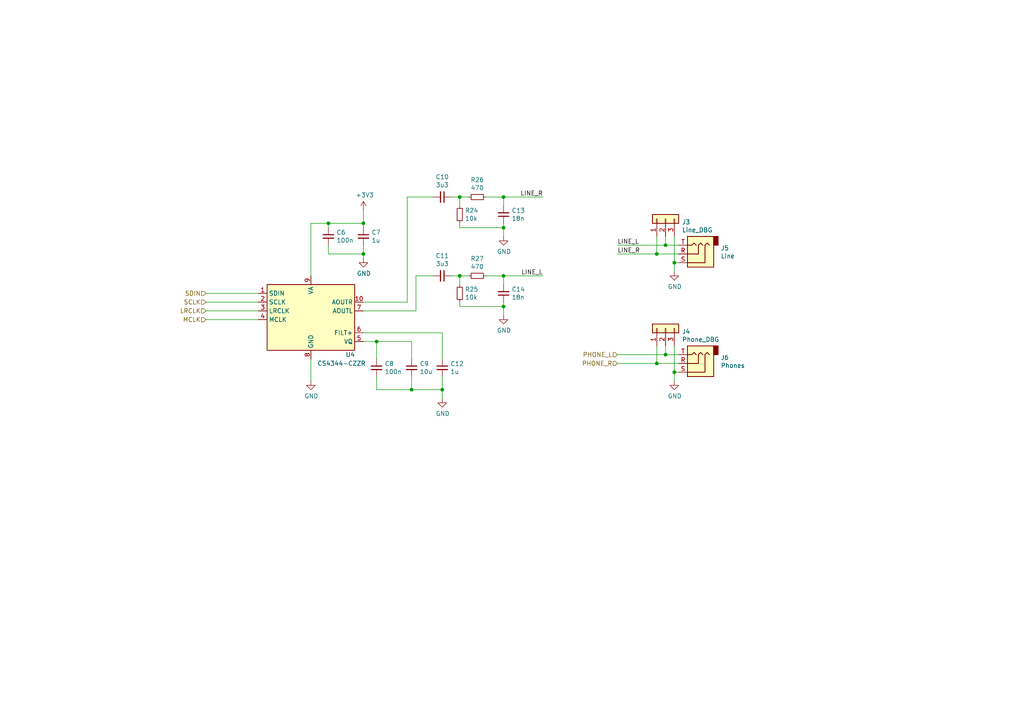
<source format=kicad_sch>
(kicad_sch (version 20250114) (generator "eeschema") (generator_version "9.0")
  (paper "A4")
  (lib_symbols
    (symbol "Connector_Audio:AudioJack3"
      (property "Reference" "J" (at 0 8.89 0))
      (property "Value" "AudioJack3" (at 0 6.35 0))
      (symbol "AudioJack3_0_1"
        (rectangle (start -5.08 -5.08) (end -6.35 -2.54) (stroke (width 0.254)) (fill (type outline)))
        (polyline (pts (xy -1.905 -2.54) (xy -1.27 -3.175) (xy -0.635 -2.54) (xy -0.635 0) (xy 2.54 0)) (stroke (width 0.254)))
        (polyline (pts (xy 0 -2.54) (xy 0.635 -3.175) (xy 1.27 -2.54) (xy 2.54 -2.54)) (stroke (width 0.254)))
        (rectangle (start 2.54 3.81) (end -5.08 -5.08) (stroke (width 0.254)) (fill (type background)))
        (polyline (pts (xy 2.54 2.54) (xy -2.54 2.54) (xy -2.54 -2.54) (xy -3.175 -3.175) (xy -3.81 -2.54)) (stroke (width 0.254)))
      )
      (symbol "AudioJack3_1_1"
        (pin passive line (at 5.08 2.54 180) (length 2.54) (name "~") (number "S"))
        (pin passive line (at 5.08 0 180) (length 2.54) (name "~") (number "R"))
        (pin passive line (at 5.08 -2.54 180) (length 2.54) (name "~") (number "T"))
      )
    )
    (symbol "Connector_Generic:Conn_01x03" (pin_names (offset 1.016) (hide yes))
      (property "Reference" "J" (at 0 5.08 0))
      (property "Value" "Conn_01x03" (at 0 -5.08 0))
      (symbol "Conn_01x03_1_1"
        (rectangle (start -1.27 3.81) (end 1.27 -3.81) (stroke (width 0.254)) (fill (type background)))
        (rectangle (start -1.27 2.667) (end 0 2.413) (stroke (width 0.1524)))
        (rectangle (start -1.27 0.127) (end 0 -0.127) (stroke (width 0.1524)))
        (rectangle (start -1.27 -2.413) (end 0 -2.667) (stroke (width 0.1524)))
        (pin passive line (at -5.08 2.54 0) (length 3.81) (name "Pin_1") (number "1"))
        (pin passive line (at -5.08 0 0) (length 3.81) (name "Pin_2") (number "2"))
        (pin passive line (at -5.08 -2.54 0) (length 3.81) (name "Pin_3") (number "3"))
      )
    )
    (symbol "Device:C_Small" (pin_numbers (hide yes)) (pin_names (offset 0.254) (hide yes))
      (property "Reference" "C" (at 0.254 1.778 0))
      (property "Value" "C_Small" (at 0.254 -2.032 0))
      (symbol "C_Small_0_1"
        (polyline (pts (xy -1.524 0.508) (xy 1.524 0.508)) (stroke (width 0.3048)))
        (polyline (pts (xy -1.524 -0.508) (xy 1.524 -0.508)) (stroke (width 0.3302)))
      )
      (symbol "C_Small_1_1"
        (pin passive line (at 0 2.54 270) (length 2.032) (name "~") (number "1"))
        (pin passive line (at 0 -2.54 90) (length 2.032) (name "~") (number "2"))
      )
    )
    (symbol "Device:R_Small" (pin_numbers (hide yes)) (pin_names (offset 0.254) (hide yes))
      (property "Reference" "R" (at 0.762 0.508 0))
      (property "Value" "R_Small" (at 0.762 -1.016 0))
      (symbol "R_Small_0_1"
        (rectangle (start -0.762 1.778) (end 0.762 -1.778) (stroke (width 0.2032)))
      )
      (symbol "R_Small_1_1"
        (pin passive line (at 0 2.54 270) (length 0.762) (name "~") (number "1"))
        (pin passive line (at 0 -2.54 90) (length 0.762) (name "~") (number "2"))
      )
    )
    (symbol "GND_1" (power) (pin_names (offset 0))
      (property "Value" "GND" (at 0 -3.81 0))
      (symbol "GND_1_0_1"
        (polyline (pts (xy 0 0) (xy 0 -1.27) (xy 1.27 -1.27) (xy 0 -2.54) (xy -1.27 -1.27) (xy 0 -1.27)))
      )
      (symbol "GND_1_1_1"
        (pin power_in line (at 0 0 270) (length 0) (hide yes) (name "GND") (number "1"))
      )
    )
    (symbol "GND_2" (power) (pin_names (offset 0))
      (property "Value" "GND" (at 0 -3.81 0))
      (symbol "GND_2_0_1"
        (polyline (pts (xy 0 0) (xy 0 -1.27) (xy 1.27 -1.27) (xy 0 -2.54) (xy -1.27 -1.27) (xy 0 -1.27)))
      )
      (symbol "GND_2_1_1"
        (pin power_in line (at 0 0 270) (length 0) (hide yes) (name "GND") (number "1"))
      )
    )
    (symbol "GND_3" (power) (pin_names (offset 0))
      (property "Value" "GND" (at 0 -3.81 0))
      (symbol "GND_3_0_1"
        (polyline (pts (xy 0 0) (xy 0 -1.27) (xy 1.27 -1.27) (xy 0 -2.54) (xy -1.27 -1.27) (xy 0 -1.27)))
      )
      (symbol "GND_3_1_1"
        (pin power_in line (at 0 0 270) (length 0) (hide yes) (name "GND") (number "1"))
      )
    )
    (symbol "GND_4" (power) (pin_names (offset 0))
      (property "Value" "GND" (at 0 -3.81 0))
      (symbol "GND_4_0_1"
        (polyline (pts (xy 0 0) (xy 0 -1.27) (xy 1.27 -1.27) (xy 0 -2.54) (xy -1.27 -1.27) (xy 0 -1.27)))
      )
      (symbol "GND_4_1_1"
        (pin power_in line (at 0 0 270) (length 0) (hide yes) (name "GND") (number "1"))
      )
    )
    (symbol "GND_5" (power) (pin_names (offset 0))
      (property "Value" "GND" (at 0 -3.81 0))
      (symbol "GND_5_0_1"
        (polyline (pts (xy 0 0) (xy 0 -1.27) (xy 1.27 -1.27) (xy 0 -2.54) (xy -1.27 -1.27) (xy 0 -1.27)))
      )
      (symbol "GND_5_1_1"
        (pin power_in line (at 0 0 270) (length 0) (hide yes) (name "GND") (number "1"))
      )
    )
    (symbol "GND_6" (power) (pin_names (offset 0))
      (property "Value" "GND" (at 0 -3.81 0))
      (symbol "GND_6_0_1"
        (polyline (pts (xy 0 0) (xy 0 -1.27) (xy 1.27 -1.27) (xy 0 -2.54) (xy -1.27 -1.27) (xy 0 -1.27)))
      )
      (symbol "GND_6_1_1"
        (pin power_in line (at 0 0 270) (length 0) (hide yes) (name "GND") (number "1"))
      )
    )
    (symbol "R_Small_1" (pin_numbers (hide yes)) (pin_names (offset 0.254) (hide yes))
      (property "Reference" "R" (at 0.762 0.508 0))
      (property "Value" "R_Small" (at 0.762 -1.016 0))
      (symbol "R_Small_1_0_1"
        (rectangle (start -0.762 1.778) (end 0.762 -1.778) (stroke (width 0.2032)))
      )
      (symbol "R_Small_1_1_1"
        (pin passive line (at 0 2.54 270) (length 0.762) (name "~") (number "1"))
        (pin passive line (at 0 -2.54 90) (length 0.762) (name "~") (number "2"))
      )
    )
    (symbol "R_Small_2" (pin_numbers (hide yes)) (pin_names (offset 0.254) (hide yes))
      (property "Reference" "R" (at 0.762 0.508 0))
      (property "Value" "R_Small" (at 0.762 -1.016 0))
      (symbol "R_Small_2_0_1"
        (rectangle (start -0.762 1.778) (end 0.762 -1.778) (stroke (width 0.2032)))
      )
      (symbol "R_Small_2_1_1"
        (pin passive line (at 0 2.54 270) (length 0.762) (name "~") (number "1"))
        (pin passive line (at 0 -2.54 90) (length 0.762) (name "~") (number "2"))
      )
    )
    (symbol "R_Small_3" (pin_numbers (hide yes)) (pin_names (offset 0.254) (hide yes))
      (property "Reference" "R" (at 0.762 0.508 0))
      (property "Value" "R_Small" (at 0.762 -1.016 0))
      (symbol "R_Small_3_0_1"
        (rectangle (start -0.762 1.778) (end 0.762 -1.778) (stroke (width 0.2032)))
      )
      (symbol "R_Small_3_1_1"
        (pin passive line (at 0 2.54 270) (length 0.762) (name "~") (number "1"))
        (pin passive line (at 0 -2.54 90) (length 0.762) (name "~") (number "2"))
      )
    )
    (symbol "power:+3V3" (power) (pin_names (offset 0))
      (property "Value" "+3V3" (at 0 3.556 0))
      (symbol "+3V3_0_1"
        (polyline (pts (xy -0.762 1.27) (xy 0 2.54)))
        (polyline (pts (xy 0 2.54) (xy 0.762 1.27)))
        (polyline (pts (xy 0 0) (xy 0 2.54)))
      )
      (symbol "+3V3_1_1"
        (pin power_in line (at 0 0 90) (length 0) (hide yes) (name "+3V3") (number "1"))
      )
    )
    (symbol "power:GND" (power) (pin_names (offset 0))
      (property "Value" "GND" (at 0 -3.81 0))
      (symbol "GND_0_1"
        (polyline (pts (xy 0 0) (xy 0 -1.27) (xy 1.27 -1.27) (xy 0 -2.54) (xy -1.27 -1.27) (xy 0 -1.27)))
      )
      (symbol "GND_1_1"
        (pin power_in line (at 0 0 270) (length 0) (hide yes) (name "GND") (number "1"))
      )
    )
    (symbol "psoc:CS4344-CZZR"
      (property "Reference" "U" (at -11.43 21.59 0))
      (property "Value" "CS4344-CZZR" (at 8.89 21.59 0))
      (symbol "CS4344-CZZR_0_1"
        (rectangle (start -12.7 20.32) (end 12.7 1.27) (stroke (width 0.254)) (fill (type background)))
      )
      (symbol "CS4344-CZZR_1_0"
        (pin input line (at -15.24 17.78 0) (length 2.54) (name "SDIN") (number "1"))
        (pin bidirectional line (at -15.24 15.24 0) (length 2.54) (name "SCLK") (number "2"))
        (pin bidirectional line (at -15.24 12.7 0) (length 2.54) (name "LRCLK") (number "3"))
        (pin input line (at -15.24 10.16 0) (length 2.54) (name "MCLK") (number "4"))
        (pin power_in line (at 0 22.86 270) (length 2.54) (name "VA") (number "9"))
        (pin power_in line (at 0 -1.27 90) (length 2.54) (name "GND") (number "8"))
        (pin output line (at 15.24 15.24 180) (length 2.54) (name "AOUTR") (number "10"))
        (pin output line (at 15.24 12.7 180) (length 2.54) (name "AOUTL") (number "7"))
        (pin passive line (at 15.24 6.35 180) (length 2.54) (name "FILT+") (number "6"))
        (pin passive line (at 15.24 3.81 180) (length 2.54) (name "VQ") (number "5"))
      )
    )
  )
  (junction (at 119.38 113.03))
  (junction (at 133.35 57.15))
  (junction (at 146.05 66.04))
  (junction (at 146.05 80.01))
  (junction (at 109.22 99.06))
  (junction (at 190.5 73.66))
  (junction (at 195.58 107.95))
  (junction (at 195.58 76.2))
  (junction (at 193.04 102.87))
  (junction (at 193.04 71.12))
  (junction (at 146.05 57.15))
  (junction (at 128.27 113.03))
  (junction (at 133.35 80.01))
  (junction (at 105.41 73.66))
  (junction (at 105.41 64.77))
  (junction (at 95.25 64.77))
  (junction (at 146.05 88.9))
  (junction (at 190.5 105.41))
  (wire (pts (xy 133.35 59.69) (xy 133.35 57.15)))
  (wire (pts (xy 133.35 66.04) (xy 146.05 66.04)))
  (wire (pts (xy 179.07 102.87) (xy 193.04 102.87)))
  (wire (pts (xy 120.65 80.01) (xy 120.65 90.17)))
  (wire (pts (xy 195.58 68.58) (xy 195.58 76.2)))
  (wire (pts (xy 179.07 73.66) (xy 190.5 73.66)))
  (wire (pts (xy 90.17 80.01) (xy 90.17 64.77)))
  (wire (pts (xy 190.5 105.41) (xy 196.85 105.41)))
  (wire (pts (xy 193.04 100.33) (xy 193.04 102.87)))
  (wire (pts (xy 146.05 57.15) (xy 157.48 57.15)))
  (wire (pts (xy 146.05 88.9) (xy 146.05 91.44)))
  (wire (pts (xy 128.27 109.22) (xy 128.27 113.03)))
  (wire (pts (xy 146.05 80.01) (xy 157.48 80.01)))
  (wire (pts (xy 105.41 99.06) (xy 109.22 99.06)))
  (wire (pts (xy 105.41 96.52) (xy 128.27 96.52)))
  (wire (pts (xy 146.05 64.77) (xy 146.05 66.04)))
  (wire (pts (xy 190.5 68.58) (xy 190.5 73.66)))
  (wire (pts (xy 133.35 57.15) (xy 135.89 57.15)))
  (wire (pts (xy 95.25 64.77) (xy 105.41 64.77)))
  (wire (pts (xy 195.58 100.33) (xy 195.58 107.95)))
  (wire (pts (xy 146.05 82.55) (xy 146.05 80.01)))
  (wire (pts (xy 195.58 107.95) (xy 196.85 107.95)))
  (wire (pts (xy 105.41 64.77) (xy 105.41 66.04)))
  (wire (pts (xy 74.93 85.09) (xy 59.69 85.09)))
  (wire (pts (xy 90.17 110.49) (xy 90.17 104.14)))
  (wire (pts (xy 118.11 57.15) (xy 125.73 57.15)))
  (wire (pts (xy 179.07 71.12) (xy 193.04 71.12)))
  (wire (pts (xy 118.11 57.15) (xy 118.11 87.63)))
  (wire (pts (xy 130.81 57.15) (xy 133.35 57.15)))
  (wire (pts (xy 195.58 107.95) (xy 195.58 110.49)))
  (wire (pts (xy 95.25 66.04) (xy 95.25 64.77)))
  (wire (pts (xy 190.5 73.66) (xy 196.85 73.66)))
  (wire (pts (xy 133.35 82.55) (xy 133.35 80.01)))
  (wire (pts (xy 119.38 113.03) (xy 128.27 113.03)))
  (wire (pts (xy 193.04 102.87) (xy 196.85 102.87)))
  (wire (pts (xy 105.41 74.93) (xy 105.41 73.66)))
  (wire (pts (xy 146.05 87.63) (xy 146.05 88.9)))
  (wire (pts (xy 105.41 87.63) (xy 118.11 87.63)))
  (wire (pts (xy 109.22 109.22) (xy 109.22 113.03)))
  (wire (pts (xy 128.27 96.52) (xy 128.27 104.14)))
  (wire (pts (xy 119.38 109.22) (xy 119.38 113.03)))
  (wire (pts (xy 109.22 113.03) (xy 119.38 113.03)))
  (wire (pts (xy 105.41 73.66) (xy 105.41 71.12)))
  (wire (pts (xy 74.93 90.17) (xy 59.69 90.17)))
  (wire (pts (xy 90.17 64.77) (xy 95.25 64.77)))
  (wire (pts (xy 190.5 100.33) (xy 190.5 105.41)))
  (wire (pts (xy 140.97 57.15) (xy 146.05 57.15)))
  (wire (pts (xy 195.58 76.2) (xy 196.85 76.2)))
  (wire (pts (xy 133.35 64.77) (xy 133.35 66.04)))
  (wire (pts (xy 133.35 80.01) (xy 135.89 80.01)))
  (wire (pts (xy 125.73 80.01) (xy 120.65 80.01)))
  (wire (pts (xy 119.38 99.06) (xy 119.38 104.14)))
  (wire (pts (xy 133.35 87.63) (xy 133.35 88.9)))
  (wire (pts (xy 74.93 87.63) (xy 59.69 87.63)))
  (wire (pts (xy 130.81 80.01) (xy 133.35 80.01)))
  (wire (pts (xy 179.07 105.41) (xy 190.5 105.41)))
  (wire (pts (xy 109.22 99.06) (xy 119.38 99.06)))
  (wire (pts (xy 146.05 66.04) (xy 146.05 68.58)))
  (wire (pts (xy 195.58 76.2) (xy 195.58 78.74)))
  (wire (pts (xy 193.04 71.12) (xy 196.85 71.12)))
  (wire (pts (xy 95.25 71.12) (xy 95.25 73.66)))
  (wire (pts (xy 193.04 68.58) (xy 193.04 71.12)))
  (wire (pts (xy 74.93 92.71) (xy 59.69 92.71)))
  (wire (pts (xy 120.65 90.17) (xy 105.41 90.17)))
  (wire (pts (xy 146.05 59.69) (xy 146.05 57.15)))
  (wire (pts (xy 95.25 73.66) (xy 105.41 73.66)))
  (wire (pts (xy 140.97 80.01) (xy 146.05 80.01)))
  (wire (pts (xy 109.22 99.06) (xy 109.22 104.14)))
  (wire (pts (xy 105.41 64.77) (xy 105.41 60.96)))
  (wire (pts (xy 133.35 88.9) (xy 146.05 88.9)))
  (wire (pts (xy 128.27 113.03) (xy 128.27 115.57)))
  (label "LINE_R" (at 157.48 57.15 180))
  (label "LINE_R" (at 179.07 73.66 0))
  (label "LINE_L" (at 157.48 80.01 180))
  (label "LINE_L" (at 179.07 71.12 0))
  (hierarchical_label "LRCLK" (shape input) (at 59.69 90.17 180))
  (hierarchical_label "SDIN" (shape input) (at 59.69 85.09 180))
  (hierarchical_label "MCLK" (shape input) (at 59.69 92.71 180))
  (hierarchical_label "PHONE_L" (shape input) (at 179.07 102.87 180))
  (hierarchical_label "SCLK" (shape input) (at 59.69 87.63 180))
  (hierarchical_label "PHONE_R" (shape input) (at 179.07 105.41 180))
  (symbol (lib_id "Connector_Audio:AudioJack3") (at 201.93 73.66 180) (unit 1)
    (property "Reference" "J5" (at 209.042 71.9582 0) (effects (justify right)))
    (property "Value" "Line" (at 209.042 74.2696 0) (effects (justify right)))
    (property "Footprint" "Connector_Audio:Jack_3.5mm_CUI_SJ-3523-SMT_Horizontal" (effects (hide yes)))
    (property "Description" "Audio Jack, 3 Poles (Stereo / TRS)" (effects (hide yes)))
    (property "MPN" "SJ-3523-SMT-TR" (effects (hide yes)))
  )
  (symbol (lib_id "Connector_Generic:Conn_01x03") (at 193.04 63.5 90) (unit 1)
    (property "Reference" "J3" (at 197.8152 64.4144 90) (effects (justify right)))
    (property "Value" "Line_DBG" (at 197.8152 66.7258 90) (effects (justify right)))
    (property "Footprint" "Connector_PinHeader_2.54mm:PinHeader_1x03_P2.54mm_Vertical" (effects (hide yes)))
    (property "MPN" "2303-6111TG" (effects (hide yes)))
  )
  (symbol (lib_id "psoc:CS4344-CZZR") (at 90.17 102.87 0) (unit 1)
    (property "Reference" "U4" (at 101.6 102.87 0))
    (property "Value" "CS4344-CZZR" (at 99.06 105.41 0))
    (property "Footprint" "Package_SO:TSSOP-10_3x3mm_P0.5mm" (effects (hide yes)))
    (property "Datasheet" "https://statics.cirrus.com/pubs/proDatasheet/CS4344-45-48_F2.pdf" (effects (hide yes)))
    (property "MPN" "CS4344-CZZR" (effects (hide yes)))
  )
  (symbol (lib_id "power:GND") (at 90.17 110.49 0) (unit 1)
    (property "Reference" "#PWR036" (effects (hide yes)))
    (property "Value" "GND" (at 90.297 114.8842 0))
  )
  (symbol (lib_id "Device:C_Small") (at 95.25 68.58 0) (unit 1)
    (property "Reference" "C6" (at 97.5868 67.4116 0) (effects (justify left)))
    (property "Value" "100n" (at 97.5868 69.723 0) (effects (justify left)))
    (property "Footprint" "Capacitor_SMD:C_0805_2012Metric" (effects (hide yes)))
    (property "MPN" "100nF 0805" (effects (hide yes)))
  )
  (symbol (lib_id "Device:C_Small") (at 105.41 68.58 0) (unit 1)
    (property "Reference" "C7" (at 107.7468 67.4116 0) (effects (justify left)))
    (property "Value" "1u" (at 107.7468 69.723 0) (effects (justify left)))
    (property "Footprint" "Capacitor_SMD:C_0805_2012Metric" (effects (hide yes)))
    (property "MPN" "1uF 0805" (effects (hide yes)))
  )
  (symbol (lib_name "GND_6") (lib_id "power:GND") (at 105.41 74.93 0) (unit 1)
    (property "Reference" "#PWR038" (effects (hide yes)))
    (property "Value" "GND" (at 105.537 79.3242 0))
  )
  (symbol (lib_id "power:+3V3") (at 105.41 60.96 0) (unit 1)
    (property "Reference" "#PWR037" (effects (hide yes)))
    (property "Value" "+3V3" (at 105.791 56.5658 0))
  )
  (symbol (lib_name "GND_5") (lib_id "power:GND") (at 128.27 115.57 0) (unit 1)
    (property "Reference" "#PWR039" (effects (hide yes)))
    (property "Value" "GND" (at 128.397 119.9642 0))
  )
  (symbol (lib_id "Device:C_Small") (at 109.22 106.68 0) (unit 1)
    (property "Reference" "C8" (at 111.5568 105.5116 0) (effects (justify left)))
    (property "Value" "100n" (at 111.5568 107.823 0) (effects (justify left)))
    (property "Footprint" "Capacitor_SMD:C_0805_2012Metric" (effects (hide yes)))
    (property "MPN" "100nF 0805" (effects (hide yes)))
  )
  (symbol (lib_id "Device:C_Small") (at 128.27 106.68 0) (unit 1)
    (property "Reference" "C12" (at 130.6068 105.5116 0) (effects (justify left)))
    (property "Value" "1u" (at 130.6068 107.823 0) (effects (justify left)))
    (property "Footprint" "Capacitor_SMD:C_0805_2012Metric" (effects (hide yes)))
    (property "MPN" "1uF 0805" (effects (hide yes)))
  )
  (symbol (lib_id "Device:C_Small") (at 119.38 106.68 0) (unit 1)
    (property "Reference" "C9" (at 121.7168 105.5116 0) (effects (justify left)))
    (property "Value" "10u" (at 121.7168 107.823 0) (effects (justify left)))
    (property "Footprint" "Capacitor_SMD:C_0805_2012Metric" (effects (hide yes)))
    (property "MPN" "10uF 0805 25V" (effects (hide yes)))
  )
  (symbol (lib_id "Device:C_Small") (at 128.27 57.15 270) (unit 1)
    (property "Reference" "C10" (at 128.27 51.3334 90))
    (property "Value" "3u3" (at 128.27 53.6448 90))
    (property "Footprint" "Capacitor_SMD:C_0805_2012Metric" (effects (hide yes)))
    (property "MPN" "3.3uF 0805" (effects (hide yes)))
  )
  (symbol (lib_id "Device:R_Small") (at 133.35 62.23 0) (unit 1)
    (property "Reference" "R24" (at 134.8486 61.0616 0) (effects (justify left)))
    (property "Value" "10k" (at 134.8486 63.373 0) (effects (justify left)))
    (property "Footprint" "Resistor_SMD:R_0805_2012Metric" (effects (hide yes)))
    (property "MPN" "10k 0805" (effects (hide yes)))
  )
  (symbol (lib_name "R_Small_3") (lib_id "Device:R_Small") (at 138.43 57.15 270) (unit 1)
    (property "Reference" "R26" (at 138.43 52.1716 90))
    (property "Value" "470" (at 138.43 54.483 90))
    (property "Footprint" "Resistor_SMD:R_0805_2012Metric" (effects (hide yes)))
    (property "MPN" "0805 470" (effects (hide yes)))
  )
  (symbol (lib_id "Device:C_Small") (at 146.05 62.23 180) (unit 1)
    (property "Reference" "C13" (at 148.3868 61.0616 0) (effects (justify right)))
    (property "Value" "18n" (at 148.3868 63.373 0) (effects (justify right)))
    (property "Footprint" "Capacitor_SMD:C_0805_2012Metric" (effects (hide yes)))
    (property "MPN" "18nF 0805" (effects (hide yes)))
  )
  (symbol (lib_name "GND_4") (lib_id "power:GND") (at 146.05 68.58 0) (unit 1)
    (property "Reference" "#PWR040" (effects (hide yes)))
    (property "Value" "GND" (at 146.177 72.9742 0))
  )
  (symbol (lib_id "Device:C_Small") (at 128.27 80.01 270) (unit 1)
    (property "Reference" "C11" (at 128.27 74.1934 90))
    (property "Value" "3u3" (at 128.27 76.5048 90))
    (property "Footprint" "Capacitor_SMD:C_0805_2012Metric" (effects (hide yes)))
    (property "MPN" "3.3uF 0805" (effects (hide yes)))
  )
  (symbol (lib_name "R_Small_2") (lib_id "Device:R_Small") (at 133.35 85.09 0) (unit 1)
    (property "Reference" "R25" (at 134.8486 83.9216 0) (effects (justify left)))
    (property "Value" "10k" (at 134.8486 86.233 0) (effects (justify left)))
    (property "Footprint" "Resistor_SMD:R_0805_2012Metric" (effects (hide yes)))
    (property "MPN" "10k 0805" (effects (hide yes)))
  )
  (symbol (lib_name "R_Small_1") (lib_id "Device:R_Small") (at 138.43 80.01 270) (unit 1)
    (property "Reference" "R27" (at 138.43 75.0316 90))
    (property "Value" "470" (at 138.43 77.343 90))
    (property "Footprint" "Resistor_SMD:R_0805_2012Metric" (effects (hide yes)))
    (property "MPN" "0805 470" (effects (hide yes)))
  )
  (symbol (lib_id "Device:C_Small") (at 146.05 85.09 180) (unit 1)
    (property "Reference" "C14" (at 148.3868 83.9216 0) (effects (justify right)))
    (property "Value" "18n" (at 148.3868 86.233 0) (effects (justify right)))
    (property "Footprint" "Capacitor_SMD:C_0805_2012Metric" (effects (hide yes)))
    (property "MPN" "18nF 0805" (effects (hide yes)))
  )
  (symbol (lib_name "GND_3") (lib_id "power:GND") (at 146.05 91.44 0) (unit 1)
    (property "Reference" "#PWR041" (effects (hide yes)))
    (property "Value" "GND" (at 146.177 95.8342 0))
  )
  (symbol (lib_name "GND_2") (lib_id "power:GND") (at 195.58 78.74 0) (unit 1)
    (property "Reference" "#PWR042" (effects (hide yes)))
    (property "Value" "GND" (at 195.707 83.1342 0))
  )
  (symbol (lib_id "Connector_Audio:AudioJack3") (at 201.93 105.41 180) (unit 1)
    (property "Reference" "J6" (at 209.042 103.7082 0) (effects (justify right)))
    (property "Value" "Phones" (at 209.042 106.0196 0) (effects (justify right)))
    (property "Footprint" "Connector_Audio:Jack_3.5mm_CUI_SJ-3523-SMT_Horizontal" (effects (hide yes)))
    (property "Description" "Audio Jack, 3 Poles (Stereo / TRS)" (effects (hide yes)))
    (property "MPN" "SJ-3523-SMT-TR" (effects (hide yes)))
  )
  (symbol (lib_id "Connector_Generic:Conn_01x03") (at 193.04 95.25 90) (unit 1)
    (property "Reference" "J4" (at 197.8152 96.1644 90) (effects (justify right)))
    (property "Value" "Phone_DBG" (at 197.8152 98.4758 90) (effects (justify right)))
    (property "Footprint" "Connector_PinHeader_2.54mm:PinHeader_1x03_P2.54mm_Vertical" (effects (hide yes)))
    (property "MPN" "2303-6111TG" (effects (hide yes)))
  )
  (symbol (lib_name "GND_1") (lib_id "power:GND") (at 195.58 110.49 0) (unit 1)
    (property "Reference" "#PWR043" (effects (hide yes)))
    (property "Value" "GND" (at 195.707 114.8842 0))
  )
)
</source>
